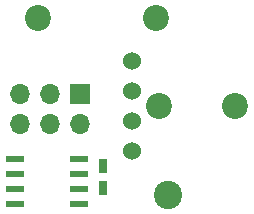
<source format=gts>
G04 #@! TF.FileFunction,Soldermask,Top*
%FSLAX46Y46*%
G04 Gerber Fmt 4.6, Leading zero omitted, Abs format (unit mm)*
G04 Created by KiCad (PCBNEW 4.0.6) date Sun Nov  5 21:42:57 2017*
%MOMM*%
%LPD*%
G01*
G04 APERTURE LIST*
%ADD10C,0.100000*%
%ADD11C,1.524000*%
%ADD12C,2.200000*%
%ADD13C,2.400000*%
%ADD14R,1.700000X1.700000*%
%ADD15O,1.700000X1.700000*%
%ADD16R,1.550000X0.600000*%
%ADD17R,0.750000X1.200000*%
G04 APERTURE END LIST*
D10*
D11*
X97500000Y-40690000D03*
X97500000Y-43230000D03*
X97500000Y-45770000D03*
X97500000Y-48310000D03*
D12*
X99800000Y-44500000D03*
X106200000Y-44500000D03*
D13*
X100500000Y-52000000D03*
D14*
X93080000Y-43460000D03*
D15*
X93080000Y-46000000D03*
X90540000Y-43460000D03*
X90540000Y-46000000D03*
X88000000Y-43460000D03*
X88000000Y-46000000D03*
D16*
X93000000Y-52810000D03*
X93000000Y-51540000D03*
X93000000Y-50270000D03*
X93000000Y-49000000D03*
X87600000Y-49000000D03*
X87600000Y-50270000D03*
X87600000Y-51540000D03*
X87600000Y-52810000D03*
D17*
X95000000Y-51450000D03*
X95000000Y-49550000D03*
D12*
X99500000Y-37000000D03*
X89500000Y-37000000D03*
M02*

</source>
